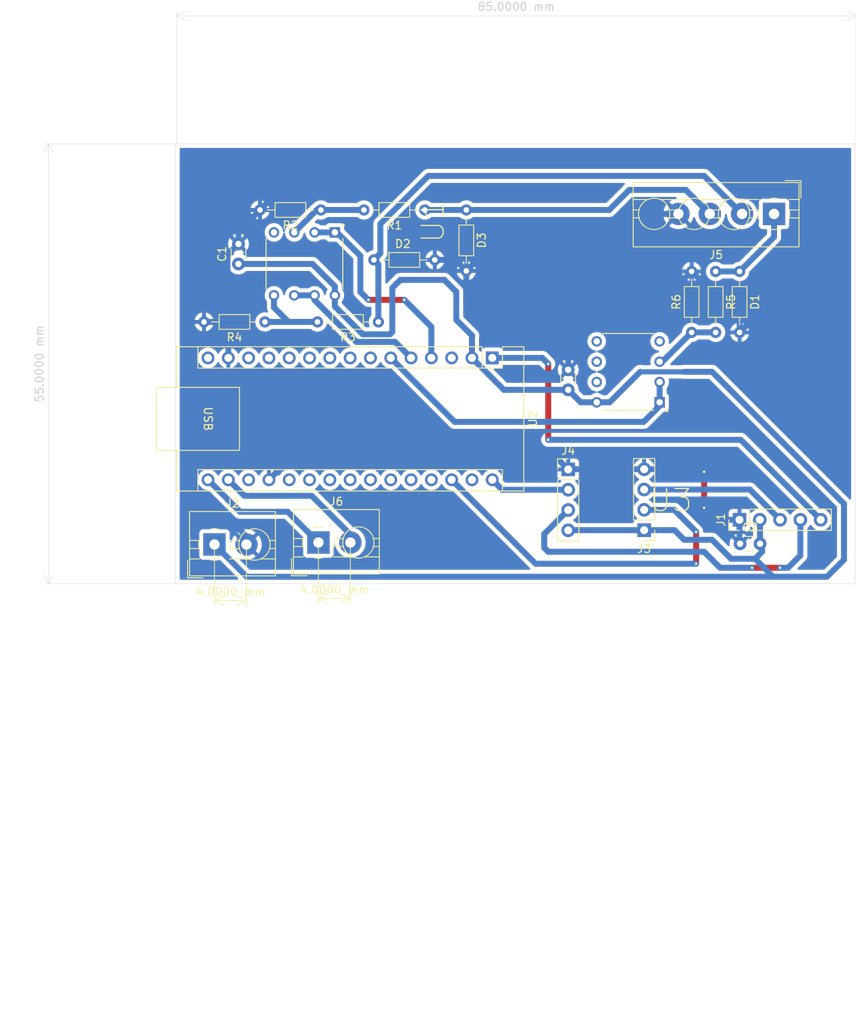
<source format=kicad_pcb>
(kicad_pcb (version 20240108) (generator "pcbnew") (generator_version "8.0")
  (layers (0 "F.Cu" signal) (31 "B.Cu" signal) (34 "B.Paste" user) (35 "F.Paste" user) (36 "B.SilkS" user "B.Silkscreen") (37 "F.SilkS" user "F.Silkscreen") (38 "B.Mask" user) (39 "F.Mask" user) (44 "Edge.Cuts" user))
  (net 0 "")
  (net 1 "Net-(D1-K)")
  (net 2 "Net-(D2-K)")
  (net 3 "GND")
  (net 4 "Net-(D3-K)")
  (net 5 "+3V3")
  (net 7 "Net-(U2-~{RESET}-Pad13)")
  (net 16 "Net-(J4-Pin_2)")
  (net 18 "Net-(J3-Pin_2)")
  (net 22 "Net-(J1-Pin_5)")
  (net 27 "Net-(J1-Pin_3)")
  (net 28 "Net-(J1-Pin_4)")
  (net 29 "Net-(U1-VINA+)")
  (net 30 "Net-(U1-VINB+)")
  (net 31 "Net-(U3-VINA+)")
  (net 32 "Net-(U1-VINB-)")
  (net 33 "Net-(U2-A2)")
  (net 39 "Net-(U1-VINA-)")
  (net 40 "Net-(J6-Pin_1)")
  (net 41 "Net-(J6-Pin_2)")
  (footprint "TerminalBlock:TerminalBlock_MaiXu_MX126-5.0-04P_1x04_P5.00mm" (layer "F.Cu") (at 158.75 54.25 180)
    (property "Reference" "J5" (at 7.25 -5.12 0) (layer "F.SilkS"))
    (property "Value" "Conn_01x04_MountingPin")
    (pad "1" thru_hole rect (at 0 0 180) (size 2.8 2.8) (drill 1.3) (layers "*.Cu" "*.Mask") (net 1 "Net-(D1-K)"))
    (pad "2" thru_hole circle (at 4 0 180) (size 2.8 2.8) (drill 1.3) (layers "*.Cu" "*.Mask") (net 2 "Net-(D2-K)"))
    (pad "3" thru_hole circle (at 8.039994 -0.000549 180) (size 2.8 2.8) (drill 1.3) (layers "*.Cu" "*.Mask") (net 4 "Net-(D3-K)"))
    (pad "4" thru_hole circle (at 11.960805 -0.000052 180) (size 2.8 2.8) (drill 1.3) (layers "*.Cu" "*.Mask") (net 3 "GND"))
  )
  (footprint "Resistor_THT:R_Axial_DIN0204_L3.6mm_D1.6mm_P7.62mm_Horizontal" (layer "F.Cu") (at 102.06 53.76 180)
    (property "Reference" "R2" (at 3.81 -1.92 0) (layer "F.SilkS"))
    (property "Value" "R")
    (pad "1" thru_hole circle (at 0 0 180) (size 1.4 1.4) (drill 0.7) (layers "*.Cu" "*.Mask") (net 29 "Net-(U1-VINA+)"))
    (pad "2" thru_hole oval (at 7.62 0 180) (size 1.4 1.4) (drill 0.7) (layers "*.Cu" "*.Mask") (net 3 "GND"))
  )
  (footprint "Connector_PinHeader_2.54mm:PinHeader_1x04_P2.54mm_Vertical" (layer "F.Cu") (at 142.5 93.8 180)
    (property "Reference" "J3" (at 0 -2.33 0) (layer "F.SilkS"))
    (property "Value" "Conn_01x04_MountingPin")
    (pad "1" thru_hole rect (at 0 0 180) (size 1.7 1.7) (drill 1) (layers "*.Cu" "*.Mask") (net 5 "+3V3"))
    (pad "2" thru_hole oval (at 0 2.54 180) (size 1.7 1.7) (drill 1) (layers "*.Cu" "*.Mask") (net 18 "Net-(J3-Pin_2)"))
    (pad "3" thru_hole oval (at 0 5.08 180) (size 1.7 1.7) (drill 1) (layers "*.Cu" "*.Mask") (net 27 "Net-(J1-Pin_3)"))
    (pad "4" thru_hole oval (at 0 7.62 180) (size 1.7 1.7) (drill 1) (layers "*.Cu" "*.Mask") (net 3 "GND"))
  )
  (footprint "Capacitor_THT:C_Disc_D3.0mm_W1.6mm_P2.50mm" (layer "F.Cu") (at 154.5 95.5)
    (property "Reference" "C2" (at 1.25 -2.05 0) (layer "F.SilkS"))
    (property "Value" "C")
    (pad "1" thru_hole circle (at 0 0) (size 1.6 1.6) (drill 0.8) (layers "*.Cu" "*.Mask") (net 3 "GND"))
    (pad "2" thru_hole circle (at 2.5 0) (size 1.6 1.6) (drill 0.8) (layers "*.Cu" "*.Mask") (net 5 "+3V3"))
  )
  (footprint "Capacitor_THT:C_Disc_D3.0mm_W1.6mm_P2.50mm" (layer "F.Cu") (at 133 76.25 90)
    (property "Reference" "C3" (hide yes))
    (property "Value" "C")
    (pad "1" thru_hole circle (at 0 0 90) (size 1.6 1.6) (drill 0.8) (layers "*.Cu" "*.Mask") (net 5 "+3V3"))
    (pad "2" thru_hole circle (at 2.5 0 90) (size 1.6 1.6) (drill 0.8) (layers "*.Cu" "*.Mask") (net 3 "GND"))
  )
  (footprint "Resistor_THT:R_Axial_DIN0204_L3.6mm_D1.6mm_P7.62mm_Horizontal" (layer "F.Cu") (at 120.25 53.76 -90)
    (property "Reference" "D3" (at 3.81 -1.92 90) (layer "F.SilkS"))
    (property "Value" "D")
    (pad "1" thru_hole circle (at 0 0 270) (size 1.4 1.4) (drill 0.7) (layers "*.Cu" "*.Mask") (net 4 "Net-(D3-K)"))
    (pad "2" thru_hole oval (at 7.62 0 270) (size 1.4 1.4) (drill 0.7) (layers "*.Cu" "*.Mask") (net 3 "GND"))
  )
  (footprint "TerminalBlock:TerminalBlock_MaiXu_MX126-5.0-02P_1x02_P5.00mm" (layer "F.Cu") (at 88.75 95.595)
    (property "Reference" "J2" (at 2.25 -5.12 0) (layer "F.SilkS"))
    (property "Value" "Conn_01x02")
    (pad "1" thru_hole rect (at 0 0) (size 2.8 2.8) (drill 1.3) (layers "*.Cu" "*.Mask") (net 5 "+3V3"))
    (pad "2" thru_hole circle (at 4 0) (size 2.8 2.8) (drill 1.3) (layers "*.Cu" "*.Mask") (net 3 "GND"))
  )
  (footprint "Connector_PinHeader_2.54mm:PinHeader_1x05_P2.54mm_Vertical" (layer "F.Cu") (at 154.425 92.5 90)
    (property "Reference" "J1" (at 0 -2.33 90) (layer "F.SilkS"))
    (property "Value" "Conn_01x05_MountingPin")
    (pad "1" thru_hole rect (at 0 0 90) (size 1.7 1.7) (drill 1) (layers "*.Cu" "*.Mask") (net 3 "GND"))
    (pad "2" thru_hole oval (at 0 2.54 90) (size 1.7 1.7) (drill 1) (layers "*.Cu" "*.Mask") (net 5 "+3V3"))
    (pad "3" thru_hole oval (at 0 5.08 90) (size 1.7 1.7) (drill 1) (layers "*.Cu" "*.Mask") (net 27 "Net-(J1-Pin_3)"))
    (pad "4" thru_hole oval (at 0 7.62 90) (size 1.7 1.7) (drill 1) (layers "*.Cu" "*.Mask") (net 28 "Net-(J1-Pin_4)"))
    (pad "5" thru_hole oval (at 0 10.16 90) (size 1.7 1.7) (drill 1) (layers "*.Cu" "*.Mask") (net 22 "Net-(J1-Pin_5)"))
  )
  (footprint "Resistor_THT:R_Axial_DIN0204_L3.6mm_D1.6mm_P7.62mm_Horizontal" (layer "F.Cu") (at 115.06 53.76 180)
    (property "Reference" "R1" (at 3.81 -1.92 0) (layer "F.SilkS"))
    (property "Value" "R")
    (pad "1" thru_hole circle (at 0 0 180) (size 1.4 1.4) (drill 0.7) (layers "*.Cu" "*.Mask") (net 4 "Net-(D3-K)"))
    (pad "2" thru_hole oval (at 7.62 0 180) (size 1.4 1.4) (drill 0.7) (layers "*.Cu" "*.Mask") (net 29 "Net-(U1-VINA+)"))
  )
  (footprint "Resistor_THT:R_Axial_DIN0204_L3.6mm_D1.6mm_P7.62mm_Horizontal" (layer "F.Cu") (at 151.44 61.45 -90)
    (property "Reference" "R5" (at 3.81 -1.92 90) (layer "F.SilkS"))
    (property "Value" "R")
    (pad "1" thru_hole circle (at 0 0 270) (size 1.4 1.4) (drill 0.7) (layers "*.Cu" "*.Mask") (net 1 "Net-(D1-K)"))
    (pad "2" thru_hole oval (at 7.62 0 270) (size 1.4 1.4) (drill 0.7) (layers "*.Cu" "*.Mask") (net 31 "Net-(U3-VINA+)"))
  )
  (footprint "Resistor_THT:R_Axial_DIN0204_L3.6mm_D1.6mm_P7.62mm_Horizontal" (layer "F.Cu") (at 95.06 67.76 180)
    (property "Reference" "R4" (at 3.81 -1.92 0) (layer "F.SilkS"))
    (property "Value" "R")
    (pad "1" thru_hole circle (at 0 0 180) (size 1.4 1.4) (drill 0.7) (layers "*.Cu" "*.Mask") (net 30 "Net-(U1-VINB+)"))
    (pad "2" thru_hole oval (at 7.62 0 180) (size 1.4 1.4) (drill 0.7) (layers "*.Cu" "*.Mask") (net 3 "GND"))
  )
  (footprint "Resistor_THT:R_Axial_DIN0204_L3.6mm_D1.6mm_P7.62mm_Horizontal" (layer "F.Cu") (at 154.44 61.45 -90)
    (property "Reference" "D1" (at 3.81 -1.92 90) (layer "F.SilkS"))
    (property "Value" "D")
    (pad "1" thru_hole circle (at 0 0 270) (size 1.4 1.4) (drill 0.7) (layers "*.Cu" "*.Mask") (net 1 "Net-(D1-K)"))
    (pad "2" thru_hole oval (at 7.62 0 270) (size 1.4 1.4) (drill 0.7) (layers "*.Cu" "*.Mask") (net 3 "GND"))
  )
  (footprint "Resistor_THT:R_Axial_DIN0204_L3.6mm_D1.6mm_P7.62mm_Horizontal" (layer "F.Cu") (at 148.44 69.07 90)
    (property "Reference" "R6" (at 3.81 -1.92 90) (layer "F.SilkS"))
    (property "Value" "R")
    (pad "1" thru_hole circle (at 0 0 90) (size 1.4 1.4) (drill 0.7) (layers "*.Cu" "*.Mask") (net 31 "Net-(U3-VINA+)"))
    (pad "2" thru_hole oval (at 7.62 0 90) (size 1.4 1.4) (drill 0.7) (layers "*.Cu" "*.Mask") (net 3 "GND"))
  )
  (footprint "Connector_PinHeader_2.54mm:PinHeader_1x04_P2.54mm_Vertical" (layer "F.Cu") (at 133 86.2)
    (property "Reference" "J4" (at 0 -2.33 0) (layer "F.SilkS"))
    (property "Value" "Conn_01x04_MountingPin")
    (pad "1" thru_hole rect (at 0 0) (size 1.7 1.7) (drill 1) (layers "*.Cu" "*.Mask") (net 3 "GND"))
    (pad "2" thru_hole oval (at 0 2.54) (size 1.7 1.7) (drill 1) (layers "*.Cu" "*.Mask") (net 16 "Net-(J4-Pin_2)"))
    (pad "3" thru_hole oval (at 0 5.08) (size 1.7 1.7) (drill 1) (layers "*.Cu" "*.Mask") (net 28 "Net-(J1-Pin_4)"))
    (pad "4" thru_hole oval (at 0 7.62) (size 1.7 1.7) (drill 1) (layers "*.Cu" "*.Mask") (net 5 "+3V3"))
  )
  (footprint "TerminalBlock:TerminalBlock_MaiXu_MX126-5.0-02P_1x02_P5.00mm" (layer "F.Cu") (at 101.75 95.345)
    (property "Reference" "J6" (at 2.25 -5.12 0) (layer "F.SilkS"))
    (property "Value" "Conn_01x02")
    (pad "1" thru_hole rect (at 0 0) (size 2.8 2.8) (drill 1.3) (layers "*.Cu" "*.Mask") (net 40 "Net-(J6-Pin_1)"))
    (pad "2" thru_hole circle (at 4 0) (size 2.8 2.8) (drill 1.3) (layers "*.Cu" "*.Mask") (net 41 "Net-(J6-Pin_2)"))
  )
  (footprint "Library:MCP6002-I_P" (layer "F.Cu") (at 100 60.5 -90)
    (property "Reference" "U1" (at -5.331775 -16.080445 90) (layer "F.SilkS") (effects (font (size 2.755976 2.755976))))
    (property "Value" "MCP6002-I_P")
    (pad "1" thru_hole rect (at -3.935 -3.81 270) (size 1.308 1.308) (drill 0.8) (layers "*.Cu" "*.Mask") (net 39 "Net-(U1-VINA-)"))
    (pad "2" thru_hole circle (at -3.935 -1.27 270) (size 1.308 1.308) (drill 0.8) (layers "*.Cu" "*.Mask") (net 39 "Net-(U1-VINA-)"))
    (pad "3" thru_hole circle (at -3.935 1.27 270) (size 1.308 1.308) (drill 0.8) (layers "*.Cu" "*.Mask") (net 29 "Net-(U1-VINA+)"))
    (pad "4" thru_hole circle (at -3.935 3.81 270) (size 1.308 1.308) (drill 0.8) (layers "*.Cu" "*.Mask"))
    (pad "5" thru_hole circle (at 3.935 3.81 270) (size 1.308 1.308) (drill 0.8) (layers "*.Cu" "*.Mask") (net 30 "Net-(U1-VINB+)"))
    (pad "6" thru_hole circle (at 3.935 1.27 270) (size 1.308 1.308) (drill 0.8) (layers "*.Cu" "*.Mask") (net 32 "Net-(U1-VINB-)"))
    (pad "7" thru_hole circle (at 3.935 -1.27 270) (size 1.308 1.308) (drill 0.8) (layers "*.Cu" "*.Mask") (net 32 "Net-(U1-VINB-)"))
    (pad "8" thru_hole circle (at 3.935 -3.81 270) (size 1.308 1.308) (drill 0.8) (layers "*.Cu" "*.Mask") (net 5 "+3V3"))
  )
  (footprint "Module:Arduino_Nano" (layer "F.Cu") (at 123.5 72.26 -90)
    (property "Reference" "U2" (at 7.62 -5.08 90) (layer "F.SilkS"))
    (property "Value" "ABX00027")
    (fp_text user "USB" (at 7.62 35.56 -90) (layer "F.SilkS"))
    (pad "1" thru_hole rect (at 0 0 270) (size 1.6 1.6) (drill 1) (layers "*.Cu" "*.Mask") (net 22 "Net-(J1-Pin_5)"))
    (pad "2" thru_hole oval (at 0 2.54 270) (size 1.6 1.6) (drill 1) (layers "*.Cu" "*.Mask") (net 5 "+3V3"))
    (pad "3" thru_hole oval (at 0 5.08 270) (size 1.6 1.6) (drill 1) (layers "*.Cu" "*.Mask"))
    (pad "4" thru_hole oval (at 0 7.62 270) (size 1.6 1.6) (drill 1) (layers "*.Cu" "*.Mask") (net 39 "Net-(U1-VINA-)"))
    (pad "5" thru_hole oval (at 0 10.16 270) (size 1.6 1.6) (drill 1) (layers "*.Cu" "*.Mask") (net 32 "Net-(U1-VINB-)"))
    (pad "6" thru_hole oval (at 0 12.7 270) (size 1.6 1.6) (drill 1) (layers "*.Cu" "*.Mask") (net 33 "Net-(U2-A2)"))
    (pad "7" thru_hole oval (at 0 15.24 270) (size 1.6 1.6) (drill 1) (layers "*.Cu" "*.Mask"))
    (pad "8" thru_hole oval (at 0 17.78 270) (size 1.6 1.6) (drill 1) (layers "*.Cu" "*.Mask"))
    (pad "9" thru_hole oval (at 0 20.32 270) (size 1.6 1.6) (drill 1) (layers "*.Cu" "*.Mask"))
    (pad "10" thru_hole oval (at 0 22.86 270) (size 1.6 1.6) (drill 1) (layers "*.Cu" "*.Mask"))
    (pad "11" thru_hole oval (at 0 25.4 270) (size 1.6 1.6) (drill 1) (layers "*.Cu" "*.Mask"))
    (pad "12" thru_hole oval (at 0 27.94 270) (size 1.6 1.6) (drill 1) (layers "*.Cu" "*.Mask"))
    (pad "13" thru_hole oval (at 0 30.48 270) (size 1.6 1.6) (drill 1) (layers "*.Cu" "*.Mask") (net 7 "Net-(U2-~{RESET}-Pad13)"))
    (pad "14" thru_hole oval (at 0 33.02 270) (size 1.6 1.6) (drill 1) (layers "*.Cu" "*.Mask") (net 3 "GND"))
    (pad "15" thru_hole oval (at 0 35.56 270) (size 1.6 1.6) (drill 1) (layers "*.Cu" "*.Mask"))
    (pad "16" thru_hole oval (at 15.24 35.56 270) (size 1.6 1.6) (drill 1) (layers "*.Cu" "*.Mask") (net 40 "Net-(J6-Pin_1)"))
    (pad "17" thru_hole oval (at 15.24 33.02 270) (size 1.6 1.6) (drill 1) (layers "*.Cu" "*.Mask") (net 41 "Net-(J6-Pin_2)"))
    (pad "18" thru_hole oval (at 15.24 30.48 270) (size 1.6 1.6) (drill 1) (layers "*.Cu" "*.Mask") (net 7 "Net-(U2-~{RESET}-Pad13)"))
    (pad "19" thru_hole oval (at 15.24 27.94 270) (size 1.6 1.6) (drill 1) (layers "*.Cu" "*.Mask") (net 3 "GND"))
    (pad "20" thru_hole oval (at 15.24 25.4 270) (size 1.6 1.6) (drill 1) (layers "*.Cu" "*.Mask"))
    (pad "21" thru_hole oval (at 15.24 22.86 270) (size 1.6 1.6) (drill 1) (layers "*.Cu" "*.Mask"))
    (pad "22" thru_hole oval (at 15.24 20.32 270) (size 1.6 1.6) (drill 1) (layers "*.Cu" "*.Mask"))
    (pad "23" thru_hole oval (at 15.24 17.78 270) (size 1.6 1.6) (drill 1) (layers "*.Cu" "*.Mask"))
    (pad "24" thru_hole oval (at 15.24 15.24 270) (size 1.6 1.6) (drill 1) (layers "*.Cu" "*.Mask"))
    (pad "25" thru_hole oval (at 15.24 12.7 270) (size 1.6 1.6) (drill 1) (layers "*.Cu" "*.Mask"))
    (pad "26" thru_hole oval (at 15.24 10.16 270) (size 1.6 1.6) (drill 1) (layers "*.Cu" "*.Mask"))
    (pad "27" thru_hole oval (at 15.24 7.62 270) (size 1.6 1.6) (drill 1) (layers "*.Cu" "*.Mask"))
    (pad "28" thru_hole oval (at 15.24 5.08 270) (size 1.6 1.6) (drill 1) (layers "*.Cu" "*.Mask") (net 18 "Net-(J3-Pin_2)"))
    (pad "29" thru_hole oval (at 15.24 2.54 270) (size 1.6 1.6) (drill 1) (layers "*.Cu" "*.Mask"))
    (pad "30" thru_hole oval (at 15.24 0 270) (size 1.6 1.6) (drill 1) (layers "*.Cu" "*.Mask") (net 16 "Net-(J4-Pin_2)"))
  )
  (footprint "Capacitor_THT:C_Disc_D3.0mm_W1.6mm_P2.50mm" (layer "F.Cu") (at 91.75 60.51 90)
    (property "Reference" "C1" (at 1.25 -2.05 90) (layer "F.SilkS"))
    (property "Value" "C")
    (pad "1" thru_hole circle (at 0 0 90) (size 1.6 1.6) (drill 0.8) (layers "*.Cu" "*.Mask") (net 5 "+3V3"))
    (pad "2" thru_hole circle (at 2.5 0 90) (size 1.6 1.6) (drill 0.8) (layers "*.Cu" "*.Mask") (net 3 "GND"))
  )
  (footprint "Library:MCP6002-I_P" (layer "F.Cu") (at 140.5 74 180)
    (property "Reference" "U3" (at -5.331775 -16.080445 0) (layer "F.SilkS") (effects (font (size 2.755976 2.755976))))
    (property "Value" "MCP6002-I_P")
    (pad "1" thru_hole rect (at -3.935 -3.81 180) (size 1.308 1.308) (drill 0.8) (layers "*.Cu" "*.Mask") (net 33 "Net-(U2-A2)"))
    (pad "2" thru_hole circle (at -3.935 -1.27 180) (size 1.308 1.308) (drill 0.8) (layers "*.Cu" "*.Mask") (net 33 "Net-(U2-A2)"))
    (pad "3" thru_hole circle (at -3.935 1.27 180) (size 1.308 1.308) (drill 0.8) (layers "*.Cu" "*.Mask") (net 31 "Net-(U3-VINA+)"))
    (pad "4" thru_hole circle (at -3.935 3.81 180) (size 1.308 1.308) (drill 0.8) (layers "*.Cu" "*.Mask"))
    (pad "5" thru_hole circle (at 3.935 3.81 180) (size 1.308 1.308) (drill 0.8) (layers "*.Cu" "*.Mask"))
    (pad "6" thru_hole circle (at 3.935 1.27 180) (size 1.308 1.308) (drill 0.8) (layers "*.Cu" "*.Mask"))
    (pad "7" thru_hole circle (at 3.935 -1.27 180) (size 1.308 1.308) (drill 0.8) (layers "*.Cu" "*.Mask"))
    (pad "8" thru_hole circle (at 3.935 -3.81 180) (size 1.308 1.308) (drill 0.8) (layers "*.Cu" "*.Mask") (net 5 "+3V3"))
  )
  (footprint "Resistor_THT:R_Axial_DIN0204_L3.6mm_D1.6mm_P7.62mm_Horizontal" (layer "F.Cu") (at 108.69 60)
    (property "Reference" "D2" (at 3.62 -2 0) (layer "F.SilkS"))
    (property "Value" "D")
    (pad "1" thru_hole circle (at 0 0) (size 1.4 1.4) (drill 0.7) (layers "*.Cu" "*.Mask") (net 2 "Net-(D2-K)"))
    (pad "2" thru_hole oval (at 7.62 0) (size 1.4 1.4) (drill 0.7) (layers "*.Cu" "*.Mask") (net 3 "GND"))
  )
  (footprint "Resistor_THT:R_Axial_DIN0204_L3.6mm_D1.6mm_P7.62mm_Horizontal" (layer "F.Cu") (at 109.25 67.76 180)
    (property "Reference" "R3" (at 3.81 -1.92 0) (layer "F.SilkS"))
    (property "Value" "R")
    (pad "1" thru_hole circle (at 0 0 180) (size 1.4 1.4) (drill 0.7) (layers "*.Cu" "*.Mask") (net 2 "Net-(D2-K)"))
    (pad "2" thru_hole oval (at 7.62 0 180) (size 1.4 1.4) (drill 0.7) (layers "*.Cu" "*.Mask") (net 30 "Net-(U1-VINB+)"))
  )
  (gr_rect (start 83.89 45.5) (end 168.89 100.5) (stroke (width 0.05)) (fill none) (layer "Edge.Cuts"))
  (dimension (type aligned) (layer "Edge.Cuts") (pts (xy 84 46) (xy 169 46)) (height -16.5) (gr_text "85,0000 mm" (at 126.5 28.35 0) (layer "Edge.Cuts") (effects (font (size 1 1) (thickness 0.15)))) (format (prefix "") (suffix "") (units 3) (units_format 1) (precision 4)) (style (thickness 0.05) (arrow_length 1.27) (text_position_mode 0) (extension_height 0.58642) (extension_offset 0.5) keep_text_aligned))
  (dimension (type aligned) (layer "Edge.Cuts") (pts (xy 84.5 100.5) (xy 84.5 45.5)) (height -16.5) (gr_text "55,0000 mm" (at 66.85 73 90) (layer "Edge.Cuts") (effects (font (size 1 1) (thickness 0.15)))) (format (prefix "") (suffix "") (units 3) (units_format 1) (precision 4)) (style (thickness 0.05) (arrow_length 1.27) (text_position_mode 0) (extension_height 0.58642) (extension_offset 0.5) keep_text_aligned))
  (segment (start 154.44 61.45) (end 151.44 61.45) (width 0.75) (layer "B.Cu") (net 1))
  (segment (start 158.75 57.14) (end 154.44 61.45) (width 0.75) (layer "B.Cu") (net 1))
  (segment (start 151.5 61.39) (end 151.44 61.45) (width 0.75) (layer "B.Cu") (net 1))
  (segment (start 158.75 54.25) (end 158.75 57.14) (width 0.75) (layer "B.Cu") (net 1))
  (segment (start 109.25 67.76) (end 109.25 60.56) (width 0.75) (layer "B.Cu") (net 2))
  (segment (start 154.75 54.25) (end 150 49.5) (width 0.75) (layer "B.Cu") (net 2))
  (segment (start 150 49.5) (end 115.5 49.5) (width 0.75) (layer "B.Cu") (net 2))
  (segment (start 109.25 60.56) (end 108.69 60) (width 0.75) (layer "B.Cu") (net 2))
  (segment (start 109.5 55.5) (end 109.5 59.19) (width 0.75) (layer "B.Cu") (net 2))
  (segment (start 109.5 59.19) (end 108.69 60) (width 0.75) (layer "B.Cu") (net 2))
  (segment (start 115.5 49.5) (end 109.5 55.5) (width 0.75) (layer "B.Cu") (net 2))
  (segment (start 150 86.5) (end 150 91) (width 0.75) (layer "F.Cu") (net 3))
  (via (at 150 86.5) (size 0.6) (drill 0.3) (layers "F.Cu" "B.Cu") (net 3))
  (via (at 150 91) (size 0.6) (drill 0.3) (layers "F.Cu" "B.Cu") (net 3))
  (segment (start 118.87 60) (end 120.25 61.38) (width 0.75) (layer "B.Cu") (net 3))
  (segment (start 120.25 64.76) (end 120.25 66.57) (width 0.75) (layer "B.Cu") (net 3))
  (segment (start 148.44 61.45) (end 141.63 68.26) (width 0.75) (layer "B.Cu") (net 3))
  (segment (start 93.75 95.595) (end 86.155 88) (width 0.75) (layer "B.Cu") (net 3))
  (segment (start 120.25 61.38) (end 120.25 64.76) (width 0.75) (layer "B.Cu") (net 3))
  (segment (start 127.44 68.26) (end 129 68.26) (width 0.75) (layer "B.Cu") (net 3))
  (segment (start 154.425 92.5) (end 154.425 95.425) (width 0.75) (layer "B.Cu") (net 3))
  (segment (start 86.155 88) (end 86 88) (width 0.75) (layer "B.Cu") (net 3))
  (segment (start 133.02 86.18) (end 133 86.2) (width 0.75) (layer "B.Cu") (net 3))
  (segment (start 97.75 85.25) (end 97.78 85.28) (width 0.75) (layer "B.Cu") (net 3))
  (segment (start 159.5 48) (end 100.2 48) (width 0.75) (layer "B.Cu") (net 3))
  (segment (start 90.115 69.085) (end 90.375 69.345) (width 0.75) (layer "B.Cu") (net 3))
  (segment (start 142.5 86.18) (end 149.68 86.18) (width 0.75) (layer "B.Cu") (net 3))
  (segment (start 140.629948 54.250052) (end 137.62 57.26) (width 0.75) (layer "B.Cu") (net 3))
  (segment (start 90.48 69.45) (end 90.115 69.085) (width 0.75) (layer "B.Cu") (net 3))
  (segment (start 154.425 95.425) (end 154.5 95.5) (width 0.75) (layer "B.Cu") (net 3))
  (segment (start 97.78 85.28) (end 95.56 87.5) (width 0.75) (layer "B.Cu") (net 3))
  (segment (start 133 86.2) (end 131.3 84.5) (width 0.75) (layer "B.Cu") (net 3))
  (segment (start 127.44 68.26) (end 121.94 68.26) (width 0.75) (layer "B.Cu") (net 3))
  (segment (start 91.75 58.01) (end 91.75 56.45) (width 0.75) (layer "B.Cu") (net 3))
  (segment (start 142.5 86.18) (end 133.02 86.18) (width 0.75) (layer "B.Cu") (net 3))
  (segment (start 162.75 51.25) (end 159.5 48) (width 0.75) (layer "B.Cu") (net 3))
  (segment (start 98.56 84.5) (end 97.78 85.28) (width 0.75) (layer "B.Cu") (net 3))
  (segment (start 129 68.26) (end 141.29 68.26) (width 0.75) (layer "B.Cu") (net 3))
  (segment (start 154.44 69.07) (end 154.44 67.45) (width 0.75) (layer "B.Cu") (net 3))
  (segment (start 91.75 58.01) (end 90.375 59.385) (width 0.75) (layer "B.Cu") (net 3))
  (segment (start 146.789195 54.250052) (end 140.629948 54.250052) (width 0.75) (layer "B.Cu") (net 3))
  (segment (start 133 73.75) (end 133 72.26) (width 0.75) (layer "B.Cu") (net 3))
  (segment (start 154.425 92.5) (end 151.5 92.5) (width 0.75) (layer "B.Cu") (net 3))
  (segment (start 86 88) (end 86 86.5) (width 0.75) (layer "B.Cu") (net 3))
  (segment (start 162.75 60.76) (end 162.75 51.25) (width 0.75) (layer "B.Cu") (net 3))
  (segment (start 87.44 67.76) (end 88.79 67.76) (width 0.75) (layer "B.Cu") (net 3))
  (segment (start 149.68 86.18) (end 150 86.5) (width 0.75) (layer "B.Cu") (net 3))
  (segment (start 154.25 92.325) (end 154.425 92.5) (width 0.75) (layer "B.Cu") (net 3))
  (segment (start 86 86.5) (end 87.25 85.25) (width 0.75) (layer "B.Cu") (net 3))
  (segment (start 116.31 60) (end 118.87 60) (width 0.75) (layer "B.Cu") (net 3))
  (segment (start 88.79 67.76) (end 90.115 69.085) (width 0.75) (layer "B.Cu") (net 3))
  (segment (start 133 72.26) (end 129 68.26) (width 0.75) (layer "B.Cu") (net 3))
  (segment (start 137.62 57.26) (end 124.37 57.26) (width 0.75) (layer "B.Cu") (net 3))
  (segment (start 131.3 84.5) (end 98.56 84.5) (width 0.75) (layer "B.Cu") (net 3))
  (segment (start 100.2 48) (end 94.44 53.76) (width 0.75) (layer "B.Cu") (net 3))
  (segment (start 151.5 92.5) (end 150 91) (width 0.75) (layer "B.Cu") (net 3))
  (segment (start 90.48 72.26) (end 90.48 69.45) (width 0.75) (layer "B.Cu") (net 3))
  (segment (start 124.37 57.26) (end 120.25 61.38) (width 0.75) (layer "B.Cu") (net 3))
  (segment (start 91.75 56.45) (end 94.44 53.76) (width 0.75) (layer "B.Cu") (net 3))
  (segment (start 121.94 68.26) (end 120.25 66.57) (width 0.75) (layer "B.Cu") (net 3))
  (segment (start 154.44 67.45) (end 148.44 61.45) (width 0.75) (layer "B.Cu") (net 3))
  (segment (start 154.44 69.07) (end 162.75 60.76) (width 0.75) (layer "B.Cu") (net 3))
  (segment (start 141.63 68.26) (end 141.29 68.26) (width 0.75) (layer "B.Cu") (net 3))
  (segment (start 90.375 59.385) (end 90.375 69.345) (width 0.75) (layer "B.Cu") (net 3))
  (segment (start 87.25 85.25) (end 97.75 85.25) (width 0.75) (layer "B.Cu") (net 3))
  (segment (start 140.64 51.25) (end 138.13 53.76) (width 0.75) (layer "B.Cu") (net 4))
  (segment (start 150.710006 54.250549) (end 147.709457 51.25) (width 0.75) (layer "B.Cu") (net 4))
  (segment (start 115.06 53.76) (end 120.25 53.76) (width 0.75) (layer "B.Cu") (net 4))
  (segment (start 138.13 53.76) (end 120.25 53.76) (width 0.75) (layer "B.Cu") (net 4))
  (segment (start 147.709457 51.25) (end 140.64 51.25) (width 0.75) (layer "B.Cu") (net 4))
  (segment (start 151 74) (end 147.5 74) (width 0.75) (layer "B.Cu") (net 5))
  (segment (start 147.5 74) (end 142 74) (width 0.65) (layer "B.Cu") (net 5))
  (segment (start 153.375 97.375) (end 156.375 97.375) (width 0.75) (layer "B.Cu") (net 5))
  (segment (start 156.375 97.375) (end 158.625 99.625) (width 0.75) (layer "B.Cu") (net 5))
  (segment (start 117.5 62.5) (end 119 64) (width 0.75) (layer "B.Cu") (net 5))
  (segment (start 142.5 93.8) (end 146.3 93.8) (width 0.75) (layer "B.Cu") (net 5))
  (segment (start 157 95.5) (end 157 92.535) (width 0.75) (layer "B.Cu") (net 5))
  (segment (start 167.5 97.5) (end 167.5 90.5) (width 0.75) (layer "B.Cu") (net 5))
  (segment (start 112 62.5) (end 117.5 62.5) (width 0.75) (layer "B.Cu") (net 5))
  (segment (start 110.69 69.31) (end 111 69) (width 0.75) (layer "B.Cu") (net 5))
  (segment (start 165.375 99.625) (end 167.5 97.5) (width 0.75) (layer "B.Cu") (net 5))
  (segment (start 157.25 96.5) (end 156.375 97.375) (width 0.75) (layer "B.Cu") (net 5))
  (segment (start 121 69.5) (end 120.96 69.54) (width 0.75) (layer "B.Cu") (net 5))
  (segment (start 120.96 72.26) (end 120.96 72.47) (width 0.75) (layer "B.Cu") (net 5))
  (segment (start 103.81 65.82) (end 107.3 69.31) (width 0.75) (layer "B.Cu") (net 5))
  (segment (start 157.25 95.75) (end 157.25 96.5) (width 0.75) (layer "B.Cu") (net 5))
  (segment (start 133.02 93.8) (end 133 93.82) (width 0.75) (layer "B.Cu") (net 5))
  (segment (start 151 95) (end 153.375 97.375) (width 0.75) (layer "B.Cu") (net 5))
  (segment (start 136.565 77.81) (end 134.56 77.81) (width 0.75) (layer "B.Cu") (net 5))
  (segment (start 101.01 60.51) (end 91.75 60.51) (width 0.75) (layer "B.Cu") (net 5))
  (segment (start 157 92.535) (end 156.965 92.5) (width 0.75) (layer "B.Cu") (net 5))
  (segment (start 167.5 90.5) (end 151 74) (width 0.75) (layer "B.Cu") (net 5))
  (segment (start 111 63.5) (end 112 62.5) (width 0.75) (layer "B.Cu") (net 5))
  (segment (start 146.3 93.8) (end 147.5 95) (width 0.75) (layer "B.Cu") (net 5))
  (segment (start 103.81 64.435) (end 103.81 63.31) (width 0.75) (layer "B.Cu") (net 5))
  (segment (start 111 69) (end 111 63.5) (width 0.75) (layer "B.Cu") (net 5))
  (segment (start 103.81 63.31) (end 101.01 60.51) (width 0.75) (layer "B.Cu") (net 5))
  (segment (start 157 95.5) (end 157.25 95.75) (width 0.75) (layer "B.Cu") (net 5))
  (segment (start 156.75 92.285) (end 156.965 92.5) (width 0.75) (layer "B.Cu") (net 5))
  (segment (start 107.3 69.31) (end 110.69 69.31) (width 0.75) (layer "B.Cu") (net 5))
  (segment (start 138.19 77.81) (end 142 74) (width 0.75) (layer "B.Cu") (net 5))
  (segment (start 119 64) (end 119 67.5) (width 0.75) (layer "B.Cu") (net 5))
  (segment (start 147.5 95) (end 151 95) (width 0.75) (layer "B.Cu") (net 5))
  (segment (start 88.75 95.595) (end 92.78 99.625) (width 0.75) (layer "B.Cu") (net 5))
  (segment (start 124.95 76.25) (end 120.96 72.26) (width 0.75) (layer "B.Cu") (net 5))
  (segment (start 158.625 99.625) (end 165.375 99.625) (width 0.75) (layer "B.Cu") (net 5))
  (segment (start 134.56 77.81) (end 133 76.25) (width 0.75) (layer "B.Cu") (net 5))
  (segment (start 120.96 69.54) (end 120.96 72.26) (width 0.75) (layer "B.Cu") (net 5))
  (segment (start 119 67.5) (end 121 69.5) (width 0.75) (layer "B.Cu") (net 5))
  (segment (start 136.565 77.81) (end 138.19 77.81) (width 0.75) (layer "B.Cu") (net 5))
  (segment (start 92.78 99.625) (end 158.625 99.625) (width 0.75) (layer "B.Cu") (net 5))
  (segment (start 103.81 64.435) (end 103.81 65.82) (width 0.75) (layer "B.Cu") (net 5))
  (segment (start 142.5 93.8) (end 133.02 93.8) (width 0.75) (layer "B.Cu") (net 5))
  (segment (start 133 76.25) (end 124.95 76.25) (width 0.75) (layer "B.Cu") (net 5))
  (segment (start 124.74 88.74) (end 123.5 87.5) (width 0.75) (layer "B.Cu") (net 16))
  (segment (start 133 88.74) (end 124.74 88.74) (width 0.75) (layer "B.Cu") (net 16))
  (segment (start 149 98) (end 149 94) (width 0.75) (layer "F.Cu") (net 18))
  (via (at 149 94) (size 0.6) (drill 0.3) (layers "F.Cu" "B.Cu") (net 18))
  (via (at 149 98) (size 0.6) (drill 0.3) (layers "F.Cu" "B.Cu") (net 18))
  (segment (start 149 94) (end 146.26 91.26) (width 0.75) (layer "B.Cu") (net 18))
  (segment (start 118.42 87.5) (end 128.92 98) (width 0.75) (layer "B.Cu") (net 18))
  (segment (start 128.92 98) (end 149 98) (width 0.75) (layer "B.Cu") (net 18))
  (segment (start 146.26 91.26) (end 142.5 91.26) (width 0.75) (layer "B.Cu") (net 18))
  (segment (start 130.5 82.5) (end 130.5 73) (width 0.75) (layer "F.Cu") (net 22))
  (via (at 130.5 82.5) (size 0.6) (drill 0.3) (layers "F.Cu" "B.Cu") (net 22))
  (via (at 130.5 73) (size 0.6) (drill 0.3) (layers "F.Cu" "B.Cu") (net 22))
  (segment (start 123.5 72.26) (end 129.76 72.26) (width 0.75) (layer "B.Cu") (net 22))
  (segment (start 154.585 82.5) (end 164.585 92.5) (width 0.75) (layer "B.Cu") (net 22))
  (segment (start 129.76 72.26) (end 130.5 73) (width 0.75) (layer "B.Cu") (net 22))
  (segment (start 130.5 82.5) (end 154.585 82.5) (width 0.75) (layer "B.Cu") (net 22))
  (segment (start 155.725 88.72) (end 142.5 88.72) (width 0.75) (layer "B.Cu") (net 27))
  (segment (start 159.505 92.5) (end 155.725 88.72) (width 0.75) (layer "B.Cu") (net 27))
  (segment (start 156 98.5) (end 159.5 98.5) (width 0.75) (layer "F.Cu") (net 28))
  (via (at 156 98.5) (size 0.6) (drill 0.3) (layers "F.Cu" "B.Cu") (net 28))
  (via (at 159.5 98.5) (size 0.6) (drill 0.3) (layers "F.Cu" "B.Cu") (net 28))
  (segment (start 130 94.28) (end 130 96) (width 0.75) (layer "B.Cu") (net 28))
  (segment (start 130.5 96.5) (end 150 96.5) (width 0.75) (layer "B.Cu") (net 28))
  (segment (start 160.5 98.5) (end 162.045 96.955) (width 0.75) (layer "B.Cu") (net 28))
  (segment (start 130 96) (end 130.5 96.5) (width 0.75) (layer "B.Cu") (net 28))
  (segment (start 159.5 98.5) (end 160.5 98.5) (width 0.75) (layer "B.Cu") (net 28))
  (segment (start 133 91.28) (end 130 94.28) (width 0.75) (layer "B.Cu") (net 28))
  (segment (start 162.045 96.955) (end 162.045 92.5) (width 0.75) (layer "B.Cu") (net 28))
  (segment (start 152 98.5) (end 150 96.5) (width 0.75) (layer "B.Cu") (net 28))
  (segment (start 156 98.5) (end 152 98.5) (width 0.75) (layer "B.Cu") (net 28))
  (segment (start 102.06 53.76) (end 107.44 53.76) (width 0.75) (layer "B.Cu") (net 29))
  (segment (start 101.535 53.76) (end 98.73 56.565) (width 0.75) (layer "B.Cu") (net 29))
  (segment (start 102.06 53.76) (end 101.535 53.76) (width 0.75) (layer "B.Cu") (net 29))
  (segment (start 96.19 64.435) (end 96.19 65.95) (width 0.75) (layer "B.Cu") (net 30))
  (segment (start 95.06 67.76) (end 98 67.76) (width 0.75) (layer "B.Cu") (net 30))
  (segment (start 96.19 65.95) (end 98 67.76) (width 0.75) (layer "B.Cu") (net 30))
  (segment (start 98 67.76) (end 101.63 67.76) (width 0.75) (layer "B.Cu") (net 30))
  (segment (start 144.435 72.73) (end 144.78 72.73) (width 0.75) (layer "B.Cu") (net 31))
  (segment (start 148.44 69.07) (end 151.44 69.07) (width 0.75) (layer "B.Cu") (net 31))
  (segment (start 144.78 72.73) (end 148.44 69.07) (width 0.75) (layer "B.Cu") (net 31))
  (segment (start 101.27 65.03) (end 106.5 70.26) (width 0.75) (layer "B.Cu") (net 32))
  (segment (start 101.27 64.435) (end 101.27 65.03) (width 0.75) (layer "B.Cu") (net 32))
  (segment (start 98.73 64.435) (end 101.27 64.435) (width 0.75) (layer "B.Cu") (net 32))
  (segment (start 106.5 70.26) (end 111.34 70.26) (width 0.75) (layer "B.Cu") (net 32))
  (segment (start 111.34 70.26) (end 113.34 72.26) (width 0.75) (layer "B.Cu") (net 32))
  (segment (start 142.44 80.26) (end 118.8 80.26) (width 0.75) (layer "B.Cu") (net 33))
  (segment (start 144.435 78.265) (end 142.44 80.26) (width 0.75) (layer "B.Cu") (net 33))
  (segment (start 144.435 77.81) (end 144.435 78.265) (width 0.75) (layer "B.Cu") (net 33))
  (segment (start 118.8 80.26) (end 110.8 72.26) (width 0.75) (layer "B.Cu") (net 33))
  (segment (start 144.435 77.81) (end 144.435 75.27) (width 0.75) (layer "B.Cu") (net 33))
  (segment (start 108 65) (end 112.5 65) (width 0.75) (layer "F.Cu") (net 39))
  (via (at 108 65) (size 0.6) (drill 0.3) (layers "F.Cu" "B.Cu") (net 39))
  (via (at 112.5 65) (size 0.6) (drill 0.3) (layers "F.Cu" "B.Cu") (net 39))
  (segment (start 115.88 68.38) (end 112.5 65) (width 0.75) (layer "B.Cu") (net 39))
  (segment (start 107 59.5) (end 107 64) (width 0.75) (layer "B.Cu") (net 39))
  (segment (start 104.065 56.565) (end 107 59.5) (width 0.75) (layer "B.Cu") (net 39))
  (segment (start 103.81 56.565) (end 101.27 56.565) (width 0.75) (layer "B.Cu") (net 39))
  (segment (start 115.88 72.26) (end 115.88 68.38) (width 0.75) (layer "B.Cu") (net 39))
  (segment (start 103.81 56.565) (end 104.065 56.565) (width 0.75) (layer "B.Cu") (net 39))
  (segment (start 107 64) (end 108 65) (width 0.75) (layer "B.Cu") (net 39))
  (segment (start 97.905 91.5) (end 91.94 91.5) (width 0.75) (layer "B.Cu") (net 40))
  (segment (start 101.75 95.345) (end 97.905 91.5) (width 0.75) (layer "B.Cu") (net 40))
  (segment (start 91.94 91.5) (end 87.94 87.5) (width 0.75) (layer "B.Cu") (net 40))
  (segment (start 100.905 89.5) (end 106.75 95.345) (width 0.75) (layer "B.Cu") (net 41))
  (segment (start 90.48 87.5) (end 92.48 89.5) (width 0.75) (layer "B.Cu") (net 41))
  (segment (start 92.48 89.5) (end 100.905 89.5) (width 0.75) (layer "B.Cu") (net 41))
  (zone (net 3) (net_name "GND") (layer "B.Cu") (connect_pads (clearance 0.5)) (min_thickness 0.25) (fill yes (thermal_gap 0.5) (thermal_bridge_width 0.5))
    (polygon (pts (xy 84 45.5) (xy 83.5 100.5) (xy 169 100.5) (xy 169 45.5)))
  )
)
</source>
